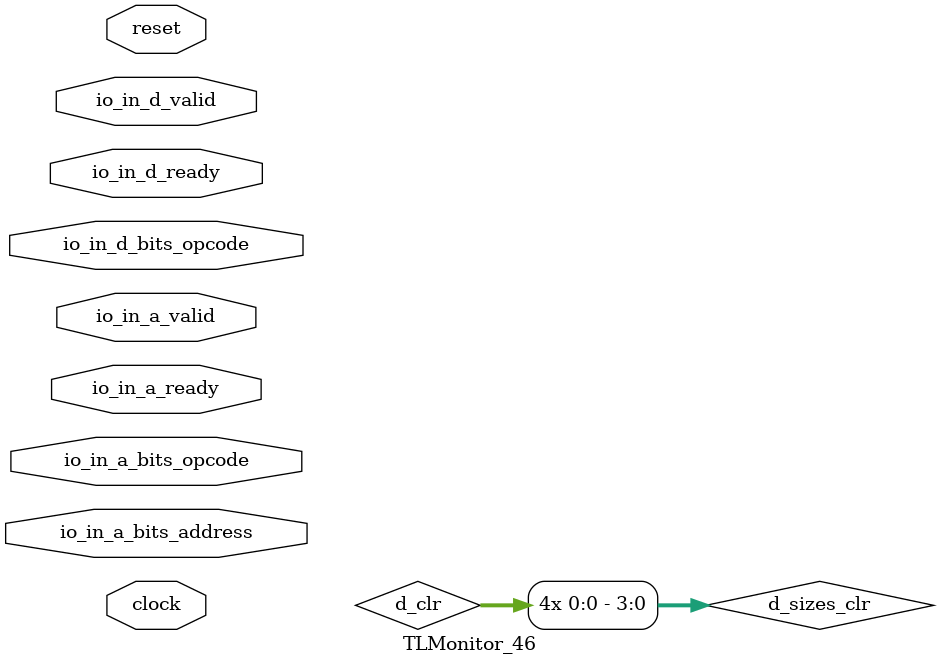
<source format=sv>

`ifndef STOP_COND_
  `ifdef STOP_COND
    `define STOP_COND_ (`STOP_COND)
  `else  // STOP_COND
    `define STOP_COND_ 1
  `endif // STOP_COND
`endif // not def STOP_COND_

// Users can define 'ASSERT_VERBOSE_COND' to add an extra gate to assert error printing.
`ifndef ASSERT_VERBOSE_COND_
  `ifdef ASSERT_VERBOSE_COND
    `define ASSERT_VERBOSE_COND_ (`ASSERT_VERBOSE_COND)
  `else  // ASSERT_VERBOSE_COND
    `define ASSERT_VERBOSE_COND_ 1
  `endif // ASSERT_VERBOSE_COND
`endif // not def ASSERT_VERBOSE_COND_

// Include register initializers in init blocks unless synthesis is set
`ifndef RANDOMIZE
  `ifdef RANDOMIZE_REG_INIT
    `define RANDOMIZE
  `endif // RANDOMIZE_REG_INIT
`endif // not def RANDOMIZE
`ifndef SYNTHESIS
  `ifndef ENABLE_INITIAL_REG_
    `define ENABLE_INITIAL_REG_
  `endif // not def ENABLE_INITIAL_REG_
`endif // not def SYNTHESIS

// Standard header to adapt well known macros for register randomization.

// RANDOM may be set to an expression that produces a 32-bit random unsigned value.
`ifndef RANDOM
  `define RANDOM $random
`endif // not def RANDOM

// Users can define INIT_RANDOM as general code that gets injected into the
// initializer block for modules with registers.
`ifndef INIT_RANDOM
  `define INIT_RANDOM
`endif // not def INIT_RANDOM

// If using random initialization, you can also define RANDOMIZE_DELAY to
// customize the delay used, otherwise 0.002 is used.
`ifndef RANDOMIZE_DELAY
  `define RANDOMIZE_DELAY 0.002
`endif // not def RANDOMIZE_DELAY

// Define INIT_RANDOM_PROLOG_ for use in our modules below.
`ifndef INIT_RANDOM_PROLOG_
  `ifdef RANDOMIZE
    `ifdef VERILATOR
      `define INIT_RANDOM_PROLOG_ `INIT_RANDOM
    `else  // VERILATOR
      `define INIT_RANDOM_PROLOG_ `INIT_RANDOM #`RANDOMIZE_DELAY begin end
    `endif // VERILATOR
  `else  // RANDOMIZE
    `define INIT_RANDOM_PROLOG_
  `endif // RANDOMIZE
`endif // not def INIT_RANDOM_PROLOG_
module TLMonitor_46(	// @[generators/rocket-chip/src/main/scala/tilelink/Monitor.scala:36:7]
  input       clock,	// @[generators/rocket-chip/src/main/scala/tilelink/Monitor.scala:36:7]
  input       reset,	// @[generators/rocket-chip/src/main/scala/tilelink/Monitor.scala:36:7]
  input       io_in_a_ready,	// @[generators/rocket-chip/src/main/scala/tilelink/Monitor.scala:20:14]
  input       io_in_a_valid,	// @[generators/rocket-chip/src/main/scala/tilelink/Monitor.scala:20:14]
  input [2:0] io_in_a_bits_opcode,	// @[generators/rocket-chip/src/main/scala/tilelink/Monitor.scala:20:14]
  input [6:0] io_in_a_bits_address,	// @[generators/rocket-chip/src/main/scala/tilelink/Monitor.scala:20:14]
  input       io_in_d_ready,	// @[generators/rocket-chip/src/main/scala/tilelink/Monitor.scala:20:14]
  input       io_in_d_valid,	// @[generators/rocket-chip/src/main/scala/tilelink/Monitor.scala:20:14]
  input [2:0] io_in_d_bits_opcode	// @[generators/rocket-chip/src/main/scala/tilelink/Monitor.scala:20:14]
);

  wire [31:0] _plusarg_reader_1_out;	// @[generators/rocket-chip/src/main/scala/util/PlusArg.scala:80:11]
  wire [31:0] _plusarg_reader_out;	// @[generators/rocket-chip/src/main/scala/util/PlusArg.scala:80:11]
  wire        a_first_done = io_in_a_ready & io_in_a_valid;	// @[src/main/scala/chisel3/util/Decoupled.scala:51:35]
  reg         a_first_counter;	// @[generators/rocket-chip/src/main/scala/tilelink/Edges.scala:229:27]
  reg  [2:0]  opcode;	// @[generators/rocket-chip/src/main/scala/tilelink/Monitor.scala:387:22]
  reg  [6:0]  address;	// @[generators/rocket-chip/src/main/scala/tilelink/Monitor.scala:391:22]
  reg         d_first_counter;	// @[generators/rocket-chip/src/main/scala/tilelink/Edges.scala:229:27]
  reg  [2:0]  opcode_1;	// @[generators/rocket-chip/src/main/scala/tilelink/Monitor.scala:538:22]
  reg  [1:0]  inflight;	// @[generators/rocket-chip/src/main/scala/tilelink/Monitor.scala:614:27]
  reg  [3:0]  inflight_opcodes;	// @[generators/rocket-chip/src/main/scala/tilelink/Monitor.scala:616:35]
  reg  [3:0]  inflight_sizes;	// @[generators/rocket-chip/src/main/scala/tilelink/Monitor.scala:618:33]
  reg         a_first_counter_1;	// @[generators/rocket-chip/src/main/scala/tilelink/Edges.scala:229:27]
  reg         d_first_counter_1;	// @[generators/rocket-chip/src/main/scala/tilelink/Edges.scala:229:27]
  wire        a_set = a_first_done & ~a_first_counter_1;	// @[generators/rocket-chip/src/main/scala/tilelink/Edges.scala:229:27, :231:25, generators/rocket-chip/src/main/scala/tilelink/Monitor.scala:655:25, src/main/scala/chisel3/util/Decoupled.scala:51:35]
  wire        d_release_ack = io_in_d_bits_opcode == 3'h6;	// @[generators/rocket-chip/src/main/scala/tilelink/Monitor.scala:673:46]
  wire        _GEN = io_in_d_bits_opcode != 3'h6;	// @[generators/rocket-chip/src/main/scala/tilelink/Monitor.scala:673:46, :674:74]
  reg  [31:0] watchdog;	// @[generators/rocket-chip/src/main/scala/tilelink/Monitor.scala:709:27]
  reg  [1:0]  inflight_1;	// @[generators/rocket-chip/src/main/scala/tilelink/Monitor.scala:726:35]
  reg  [3:0]  inflight_sizes_1;	// @[generators/rocket-chip/src/main/scala/tilelink/Monitor.scala:728:35]
  reg         d_first_counter_2;	// @[generators/rocket-chip/src/main/scala/tilelink/Edges.scala:229:27]
  reg  [31:0] watchdog_1;	// @[generators/rocket-chip/src/main/scala/tilelink/Monitor.scala:818:27]
  `ifndef SYNTHESIS	// @[generators/rocket-chip/src/main/scala/tilelink/Monitor.scala:45:11]
    wire [7:0][2:0] _GEN_0 = '{3'h4, 3'h5, 3'h2, 3'h1, 3'h1, 3'h1, 3'h0, 3'h0};
    wire [7:0][2:0] _GEN_1 = '{3'h4, 3'h4, 3'h2, 3'h1, 3'h1, 3'h1, 3'h0, 3'h0};
    wire            _GEN_2 = io_in_a_valid & io_in_a_bits_opcode == 3'h6 & ~reset;	// @[generators/rocket-chip/src/main/scala/tilelink/Monitor.scala:45:11, :84:{25,54}]
    wire            _GEN_3 = io_in_a_valid & (&io_in_a_bits_opcode) & ~reset;	// @[generators/rocket-chip/src/main/scala/tilelink/Monitor.scala:45:11, :95:{25,53}]
    wire            _GEN_4 = {io_in_a_bits_address[6:4] ^ 3'h4, io_in_a_bits_address[2]} == 4'h0 | io_in_a_bits_address[6:3] == 4'hA;	// @[generators/rocket-chip/src/main/scala/diplomacy/Parameters.scala:137:{31,41,46,59}, generators/rocket-chip/src/main/scala/tilelink/Monitor.scala:20:14, :36:7, generators/rocket-chip/src/main/scala/tilelink/Parameters.scala:685:42]
    wire            _GEN_5 = io_in_a_valid & io_in_a_bits_opcode == 3'h4 & ~reset;	// @[generators/rocket-chip/src/main/scala/tilelink/Monitor.scala:36:7, :45:11, :107:{25,45}]
    wire            _GEN_6 = io_in_a_valid & io_in_a_bits_opcode == 3'h0 & ~reset;	// @[generators/rocket-chip/src/main/scala/tilelink/Monitor.scala:36:7, :45:11, :117:{25,53}]
    wire            _GEN_7 = io_in_a_valid & io_in_a_bits_opcode == 3'h1 & ~reset;	// @[generators/rocket-chip/src/main/scala/tilelink/Monitor.scala:36:7, :45:11, :125:{25,56}]
    wire            _GEN_8 = io_in_a_valid & io_in_a_bits_opcode == 3'h2 & ~reset;	// @[generators/rocket-chip/src/main/scala/tilelink/Monitor.scala:45:11, :133:{25,56}]
    wire            _GEN_9 = io_in_a_valid & io_in_a_bits_opcode == 3'h3 & ~reset;	// @[generators/rocket-chip/src/main/scala/tilelink/Monitor.scala:45:11, :141:{25,53}]
    wire            _GEN_10 = io_in_a_valid & io_in_a_bits_opcode == 3'h5 & ~reset;	// @[generators/rocket-chip/src/main/scala/tilelink/Monitor.scala:45:11, :149:{25,46}]
    wire            _GEN_11 = io_in_a_valid & a_first_counter & ~reset;	// @[generators/rocket-chip/src/main/scala/tilelink/Edges.scala:229:27, generators/rocket-chip/src/main/scala/tilelink/Monitor.scala:45:11, :392:19]
    wire            _same_cycle_resp_T_1 = io_in_a_valid & ~a_first_counter_1;	// @[generators/rocket-chip/src/main/scala/tilelink/Edges.scala:229:27, :231:25, generators/rocket-chip/src/main/scala/tilelink/Monitor.scala:651:26]
    wire            _GEN_12 = io_in_d_valid & ~d_first_counter_1;	// @[generators/rocket-chip/src/main/scala/tilelink/Edges.scala:229:27, :231:25, generators/rocket-chip/src/main/scala/tilelink/Monitor.scala:674:26]
    wire            _GEN_13 = _GEN_12 & _GEN;	// @[generators/rocket-chip/src/main/scala/tilelink/Monitor.scala:673:46, :674:{26,74}, :683:71]
    wire            _GEN_14 = _GEN_13 & ~_same_cycle_resp_T_1 & ~reset;	// @[generators/rocket-chip/src/main/scala/tilelink/Monitor.scala:45:11, :52:11, :651:26, :683:71, :687:30]
    wire            _GEN_15 = io_in_d_valid & ~d_first_counter_2 & d_release_ack & ~reset;	// @[generators/rocket-chip/src/main/scala/tilelink/Edges.scala:229:27, :231:25, generators/rocket-chip/src/main/scala/tilelink/Monitor.scala:45:11, :52:11, :673:46, :784:26, :794:71]
    always @(posedge clock) begin	// @[generators/rocket-chip/src/main/scala/tilelink/Monitor.scala:45:11]
      if (_GEN_2) begin	// @[generators/rocket-chip/src/main/scala/tilelink/Monitor.scala:45:11, :84:54]
        if (`ASSERT_VERBOSE_COND_)	// @[generators/rocket-chip/src/main/scala/tilelink/Monitor.scala:45:11]
          $error("Assertion failed: 'A' channel carries AcquireBlock type which is unexpected using diplomatic parameters (connected at generators/rocket-chip/src/main/scala/devices/debug/Debug.scala:706:19)\n    at Monitor.scala:45 assert(cond, message)\n");	// @[generators/rocket-chip/src/main/scala/tilelink/Monitor.scala:45:11]
        if (`STOP_COND_)	// @[generators/rocket-chip/src/main/scala/tilelink/Monitor.scala:45:11]
          $fatal;	// @[generators/rocket-chip/src/main/scala/tilelink/Monitor.scala:45:11]
        if (`ASSERT_VERBOSE_COND_)	// @[generators/rocket-chip/src/main/scala/tilelink/Monitor.scala:45:11]
          $error("Assertion failed: 'A' channel carries AcquireBlock from a client which does not support Probe (connected at generators/rocket-chip/src/main/scala/devices/debug/Debug.scala:706:19)\n    at Monitor.scala:45 assert(cond, message)\n");	// @[generators/rocket-chip/src/main/scala/tilelink/Monitor.scala:45:11]
        if (`STOP_COND_)	// @[generators/rocket-chip/src/main/scala/tilelink/Monitor.scala:45:11]
          $fatal;	// @[generators/rocket-chip/src/main/scala/tilelink/Monitor.scala:45:11]
      end
      if (_GEN_2 & (|(io_in_a_bits_address[1:0]))) begin	// @[generators/rocket-chip/src/main/scala/tilelink/Edges.scala:21:{16,24}, generators/rocket-chip/src/main/scala/tilelink/Monitor.scala:45:11, :84:54]
        if (`ASSERT_VERBOSE_COND_)	// @[generators/rocket-chip/src/main/scala/tilelink/Monitor.scala:45:11]
          $error("Assertion failed: 'A' channel AcquireBlock address not aligned to size (connected at generators/rocket-chip/src/main/scala/devices/debug/Debug.scala:706:19)\n    at Monitor.scala:45 assert(cond, message)\n");	// @[generators/rocket-chip/src/main/scala/tilelink/Monitor.scala:45:11]
        if (`STOP_COND_)	// @[generators/rocket-chip/src/main/scala/tilelink/Monitor.scala:45:11]
          $fatal;	// @[generators/rocket-chip/src/main/scala/tilelink/Monitor.scala:45:11]
      end
      if (_GEN_3) begin	// @[generators/rocket-chip/src/main/scala/tilelink/Monitor.scala:45:11, :95:53]
        if (`ASSERT_VERBOSE_COND_)	// @[generators/rocket-chip/src/main/scala/tilelink/Monitor.scala:45:11]
          $error("Assertion failed: 'A' channel carries AcquirePerm type which is unexpected using diplomatic parameters (connected at generators/rocket-chip/src/main/scala/devices/debug/Debug.scala:706:19)\n    at Monitor.scala:45 assert(cond, message)\n");	// @[generators/rocket-chip/src/main/scala/tilelink/Monitor.scala:45:11]
        if (`STOP_COND_)	// @[generators/rocket-chip/src/main/scala/tilelink/Monitor.scala:45:11]
          $fatal;	// @[generators/rocket-chip/src/main/scala/tilelink/Monitor.scala:45:11]
        if (`ASSERT_VERBOSE_COND_)	// @[generators/rocket-chip/src/main/scala/tilelink/Monitor.scala:45:11]
          $error("Assertion failed: 'A' channel carries AcquirePerm from a client which does not support Probe (connected at generators/rocket-chip/src/main/scala/devices/debug/Debug.scala:706:19)\n    at Monitor.scala:45 assert(cond, message)\n");	// @[generators/rocket-chip/src/main/scala/tilelink/Monitor.scala:45:11]
        if (`STOP_COND_)	// @[generators/rocket-chip/src/main/scala/tilelink/Monitor.scala:45:11]
          $fatal;	// @[generators/rocket-chip/src/main/scala/tilelink/Monitor.scala:45:11]
      end
      if (_GEN_3 & (|(io_in_a_bits_address[1:0]))) begin	// @[generators/rocket-chip/src/main/scala/tilelink/Edges.scala:21:{16,24}, generators/rocket-chip/src/main/scala/tilelink/Monitor.scala:45:11, :95:53]
        if (`ASSERT_VERBOSE_COND_)	// @[generators/rocket-chip/src/main/scala/tilelink/Monitor.scala:45:11]
          $error("Assertion failed: 'A' channel AcquirePerm address not aligned to size (connected at generators/rocket-chip/src/main/scala/devices/debug/Debug.scala:706:19)\n    at Monitor.scala:45 assert(cond, message)\n");	// @[generators/rocket-chip/src/main/scala/tilelink/Monitor.scala:45:11]
        if (`STOP_COND_)	// @[generators/rocket-chip/src/main/scala/tilelink/Monitor.scala:45:11]
          $fatal;	// @[generators/rocket-chip/src/main/scala/tilelink/Monitor.scala:45:11]
      end
      if (_GEN_3) begin	// @[generators/rocket-chip/src/main/scala/tilelink/Monitor.scala:45:11, :95:53]
        if (`ASSERT_VERBOSE_COND_)	// @[generators/rocket-chip/src/main/scala/tilelink/Monitor.scala:45:11]
          $error("Assertion failed: 'A' channel AcquirePerm requests NtoB (connected at generators/rocket-chip/src/main/scala/devices/debug/Debug.scala:706:19)\n    at Monitor.scala:45 assert(cond, message)\n");	// @[generators/rocket-chip/src/main/scala/tilelink/Monitor.scala:45:11]
        if (`STOP_COND_)	// @[generators/rocket-chip/src/main/scala/tilelink/Monitor.scala:45:11]
          $fatal;	// @[generators/rocket-chip/src/main/scala/tilelink/Monitor.scala:45:11]
      end
      if (_GEN_5 & ~_GEN_4) begin	// @[generators/rocket-chip/src/main/scala/tilelink/Monitor.scala:45:11, :107:45, generators/rocket-chip/src/main/scala/tilelink/Parameters.scala:685:42]
        if (`ASSERT_VERBOSE_COND_)	// @[generators/rocket-chip/src/main/scala/tilelink/Monitor.scala:45:11]
          $error("Assertion failed: 'A' channel carries Get type which slave claims it can't support (connected at generators/rocket-chip/src/main/scala/devices/debug/Debug.scala:706:19)\n    at Monitor.scala:45 assert(cond, message)\n");	// @[generators/rocket-chip/src/main/scala/tilelink/Monitor.scala:45:11]
        if (`STOP_COND_)	// @[generators/rocket-chip/src/main/scala/tilelink/Monitor.scala:45:11]
          $fatal;	// @[generators/rocket-chip/src/main/scala/tilelink/Monitor.scala:45:11]
      end
      if (_GEN_5 & (|(io_in_a_bits_address[1:0]))) begin	// @[generators/rocket-chip/src/main/scala/tilelink/Edges.scala:21:{16,24}, generators/rocket-chip/src/main/scala/tilelink/Monitor.scala:45:11, :107:45]
        if (`ASSERT_VERBOSE_COND_)	// @[generators/rocket-chip/src/main/scala/tilelink/Monitor.scala:45:11]
          $error("Assertion failed: 'A' channel Get address not aligned to size (connected at generators/rocket-chip/src/main/scala/devices/debug/Debug.scala:706:19)\n    at Monitor.scala:45 assert(cond, message)\n");	// @[generators/rocket-chip/src/main/scala/tilelink/Monitor.scala:45:11]
        if (`STOP_COND_)	// @[generators/rocket-chip/src/main/scala/tilelink/Monitor.scala:45:11]
          $fatal;	// @[generators/rocket-chip/src/main/scala/tilelink/Monitor.scala:45:11]
      end
      if (_GEN_6 & ~_GEN_4) begin	// @[generators/rocket-chip/src/main/scala/tilelink/Monitor.scala:45:11, :117:53, generators/rocket-chip/src/main/scala/tilelink/Parameters.scala:685:42]
        if (`ASSERT_VERBOSE_COND_)	// @[generators/rocket-chip/src/main/scala/tilelink/Monitor.scala:45:11]
          $error("Assertion failed: 'A' channel carries PutFull type which is unexpected using diplomatic parameters (connected at generators/rocket-chip/src/main/scala/devices/debug/Debug.scala:706:19)\n    at Monitor.scala:45 assert(cond, message)\n");	// @[generators/rocket-chip/src/main/scala/tilelink/Monitor.scala:45:11]
        if (`STOP_COND_)	// @[generators/rocket-chip/src/main/scala/tilelink/Monitor.scala:45:11]
          $fatal;	// @[generators/rocket-chip/src/main/scala/tilelink/Monitor.scala:45:11]
      end
      if (_GEN_6 & (|(io_in_a_bits_address[1:0]))) begin	// @[generators/rocket-chip/src/main/scala/tilelink/Edges.scala:21:{16,24}, generators/rocket-chip/src/main/scala/tilelink/Monitor.scala:45:11, :117:53]
        if (`ASSERT_VERBOSE_COND_)	// @[generators/rocket-chip/src/main/scala/tilelink/Monitor.scala:45:11]
          $error("Assertion failed: 'A' channel PutFull address not aligned to size (connected at generators/rocket-chip/src/main/scala/devices/debug/Debug.scala:706:19)\n    at Monitor.scala:45 assert(cond, message)\n");	// @[generators/rocket-chip/src/main/scala/tilelink/Monitor.scala:45:11]
        if (`STOP_COND_)	// @[generators/rocket-chip/src/main/scala/tilelink/Monitor.scala:45:11]
          $fatal;	// @[generators/rocket-chip/src/main/scala/tilelink/Monitor.scala:45:11]
      end
      if (_GEN_7) begin	// @[generators/rocket-chip/src/main/scala/tilelink/Monitor.scala:45:11, :125:56]
        if (`ASSERT_VERBOSE_COND_)	// @[generators/rocket-chip/src/main/scala/tilelink/Monitor.scala:45:11]
          $error("Assertion failed: 'A' channel carries PutPartial type which is unexpected using diplomatic parameters (connected at generators/rocket-chip/src/main/scala/devices/debug/Debug.scala:706:19)\n    at Monitor.scala:45 assert(cond, message)\n");	// @[generators/rocket-chip/src/main/scala/tilelink/Monitor.scala:45:11]
        if (`STOP_COND_)	// @[generators/rocket-chip/src/main/scala/tilelink/Monitor.scala:45:11]
          $fatal;	// @[generators/rocket-chip/src/main/scala/tilelink/Monitor.scala:45:11]
      end
      if (_GEN_7 & (|(io_in_a_bits_address[1:0]))) begin	// @[generators/rocket-chip/src/main/scala/tilelink/Edges.scala:21:{16,24}, generators/rocket-chip/src/main/scala/tilelink/Monitor.scala:45:11, :125:56]
        if (`ASSERT_VERBOSE_COND_)	// @[generators/rocket-chip/src/main/scala/tilelink/Monitor.scala:45:11]
          $error("Assertion failed: 'A' channel PutPartial address not aligned to size (connected at generators/rocket-chip/src/main/scala/devices/debug/Debug.scala:706:19)\n    at Monitor.scala:45 assert(cond, message)\n");	// @[generators/rocket-chip/src/main/scala/tilelink/Monitor.scala:45:11]
        if (`STOP_COND_)	// @[generators/rocket-chip/src/main/scala/tilelink/Monitor.scala:45:11]
          $fatal;	// @[generators/rocket-chip/src/main/scala/tilelink/Monitor.scala:45:11]
      end
      if (_GEN_8) begin	// @[generators/rocket-chip/src/main/scala/tilelink/Monitor.scala:45:11, :133:56]
        if (`ASSERT_VERBOSE_COND_)	// @[generators/rocket-chip/src/main/scala/tilelink/Monitor.scala:45:11]
          $error("Assertion failed: 'A' channel carries Arithmetic type which is unexpected using diplomatic parameters (connected at generators/rocket-chip/src/main/scala/devices/debug/Debug.scala:706:19)\n    at Monitor.scala:45 assert(cond, message)\n");	// @[generators/rocket-chip/src/main/scala/tilelink/Monitor.scala:45:11]
        if (`STOP_COND_)	// @[generators/rocket-chip/src/main/scala/tilelink/Monitor.scala:45:11]
          $fatal;	// @[generators/rocket-chip/src/main/scala/tilelink/Monitor.scala:45:11]
      end
      if (_GEN_8 & (|(io_in_a_bits_address[1:0]))) begin	// @[generators/rocket-chip/src/main/scala/tilelink/Edges.scala:21:{16,24}, generators/rocket-chip/src/main/scala/tilelink/Monitor.scala:45:11, :133:56]
        if (`ASSERT_VERBOSE_COND_)	// @[generators/rocket-chip/src/main/scala/tilelink/Monitor.scala:45:11]
          $error("Assertion failed: 'A' channel Arithmetic address not aligned to size (connected at generators/rocket-chip/src/main/scala/devices/debug/Debug.scala:706:19)\n    at Monitor.scala:45 assert(cond, message)\n");	// @[generators/rocket-chip/src/main/scala/tilelink/Monitor.scala:45:11]
        if (`STOP_COND_)	// @[generators/rocket-chip/src/main/scala/tilelink/Monitor.scala:45:11]
          $fatal;	// @[generators/rocket-chip/src/main/scala/tilelink/Monitor.scala:45:11]
      end
      if (_GEN_9) begin	// @[generators/rocket-chip/src/main/scala/tilelink/Monitor.scala:45:11, :141:53]
        if (`ASSERT_VERBOSE_COND_)	// @[generators/rocket-chip/src/main/scala/tilelink/Monitor.scala:45:11]
          $error("Assertion failed: 'A' channel carries Logical type which is unexpected using diplomatic parameters (connected at generators/rocket-chip/src/main/scala/devices/debug/Debug.scala:706:19)\n    at Monitor.scala:45 assert(cond, message)\n");	// @[generators/rocket-chip/src/main/scala/tilelink/Monitor.scala:45:11]
        if (`STOP_COND_)	// @[generators/rocket-chip/src/main/scala/tilelink/Monitor.scala:45:11]
          $fatal;	// @[generators/rocket-chip/src/main/scala/tilelink/Monitor.scala:45:11]
      end
      if (_GEN_9 & (|(io_in_a_bits_address[1:0]))) begin	// @[generators/rocket-chip/src/main/scala/tilelink/Edges.scala:21:{16,24}, generators/rocket-chip/src/main/scala/tilelink/Monitor.scala:45:11, :141:53]
        if (`ASSERT_VERBOSE_COND_)	// @[generators/rocket-chip/src/main/scala/tilelink/Monitor.scala:45:11]
          $error("Assertion failed: 'A' channel Logical address not aligned to size (connected at generators/rocket-chip/src/main/scala/devices/debug/Debug.scala:706:19)\n    at Monitor.scala:45 assert(cond, message)\n");	// @[generators/rocket-chip/src/main/scala/tilelink/Monitor.scala:45:11]
        if (`STOP_COND_)	// @[generators/rocket-chip/src/main/scala/tilelink/Monitor.scala:45:11]
          $fatal;	// @[generators/rocket-chip/src/main/scala/tilelink/Monitor.scala:45:11]
      end
      if (_GEN_10) begin	// @[generators/rocket-chip/src/main/scala/tilelink/Monitor.scala:45:11, :149:46]
        if (`ASSERT_VERBOSE_COND_)	// @[generators/rocket-chip/src/main/scala/tilelink/Monitor.scala:45:11]
          $error("Assertion failed: 'A' channel carries Hint type which is unexpected using diplomatic parameters (connected at generators/rocket-chip/src/main/scala/devices/debug/Debug.scala:706:19)\n    at Monitor.scala:45 assert(cond, message)\n");	// @[generators/rocket-chip/src/main/scala/tilelink/Monitor.scala:45:11]
        if (`STOP_COND_)	// @[generators/rocket-chip/src/main/scala/tilelink/Monitor.scala:45:11]
          $fatal;	// @[generators/rocket-chip/src/main/scala/tilelink/Monitor.scala:45:11]
      end
      if (_GEN_10 & (|(io_in_a_bits_address[1:0]))) begin	// @[generators/rocket-chip/src/main/scala/tilelink/Edges.scala:21:{16,24}, generators/rocket-chip/src/main/scala/tilelink/Monitor.scala:45:11, :149:46]
        if (`ASSERT_VERBOSE_COND_)	// @[generators/rocket-chip/src/main/scala/tilelink/Monitor.scala:45:11]
          $error("Assertion failed: 'A' channel Hint address not aligned to size (connected at generators/rocket-chip/src/main/scala/devices/debug/Debug.scala:706:19)\n    at Monitor.scala:45 assert(cond, message)\n");	// @[generators/rocket-chip/src/main/scala/tilelink/Monitor.scala:45:11]
        if (`STOP_COND_)	// @[generators/rocket-chip/src/main/scala/tilelink/Monitor.scala:45:11]
          $fatal;	// @[generators/rocket-chip/src/main/scala/tilelink/Monitor.scala:45:11]
      end
      if (io_in_d_valid & ~reset & (&io_in_d_bits_opcode)) begin	// @[generators/rocket-chip/src/main/scala/tilelink/Bundles.scala:45:24, generators/rocket-chip/src/main/scala/tilelink/Monitor.scala:45:11, :52:11]
        if (`ASSERT_VERBOSE_COND_)	// @[generators/rocket-chip/src/main/scala/tilelink/Monitor.scala:52:11]
          $error("Assertion failed: 'D' channel has invalid opcode (connected at generators/rocket-chip/src/main/scala/devices/debug/Debug.scala:706:19)\n    at Monitor.scala:52 assert(cond, message)\n");	// @[generators/rocket-chip/src/main/scala/tilelink/Monitor.scala:52:11]
        if (`STOP_COND_)	// @[generators/rocket-chip/src/main/scala/tilelink/Monitor.scala:52:11]
          $fatal;	// @[generators/rocket-chip/src/main/scala/tilelink/Monitor.scala:52:11]
      end
      if (io_in_d_valid & io_in_d_bits_opcode == 3'h4 & ~reset) begin	// @[generators/rocket-chip/src/main/scala/tilelink/Monitor.scala:36:7, :45:11, :52:11, :321:{25,47}]
        if (`ASSERT_VERBOSE_COND_)	// @[generators/rocket-chip/src/main/scala/tilelink/Monitor.scala:52:11]
          $error("Assertion failed: 'D' channel Grant carries invalid sink ID (connected at generators/rocket-chip/src/main/scala/devices/debug/Debug.scala:706:19)\n    at Monitor.scala:52 assert(cond, message)\n");	// @[generators/rocket-chip/src/main/scala/tilelink/Monitor.scala:52:11]
        if (`STOP_COND_)	// @[generators/rocket-chip/src/main/scala/tilelink/Monitor.scala:52:11]
          $fatal;	// @[generators/rocket-chip/src/main/scala/tilelink/Monitor.scala:52:11]
      end
      if (io_in_d_valid & io_in_d_bits_opcode == 3'h5 & ~reset) begin	// @[generators/rocket-chip/src/main/scala/tilelink/Monitor.scala:45:11, :52:11, :331:{25,51}]
        if (`ASSERT_VERBOSE_COND_)	// @[generators/rocket-chip/src/main/scala/tilelink/Monitor.scala:52:11]
          $error("Assertion failed: 'D' channel GrantData carries invalid sink ID (connected at generators/rocket-chip/src/main/scala/devices/debug/Debug.scala:706:19)\n    at Monitor.scala:52 assert(cond, message)\n");	// @[generators/rocket-chip/src/main/scala/tilelink/Monitor.scala:52:11]
        if (`STOP_COND_)	// @[generators/rocket-chip/src/main/scala/tilelink/Monitor.scala:52:11]
          $fatal;	// @[generators/rocket-chip/src/main/scala/tilelink/Monitor.scala:52:11]
      end
      if (_GEN_11 & io_in_a_bits_opcode != opcode) begin	// @[generators/rocket-chip/src/main/scala/tilelink/Monitor.scala:45:11, :387:22, :392:19, :393:32]
        if (`ASSERT_VERBOSE_COND_)	// @[generators/rocket-chip/src/main/scala/tilelink/Monitor.scala:45:11]
          $error("Assertion failed: 'A' channel opcode changed within multibeat operation (connected at generators/rocket-chip/src/main/scala/devices/debug/Debug.scala:706:19)\n    at Monitor.scala:45 assert(cond, message)\n");	// @[generators/rocket-chip/src/main/scala/tilelink/Monitor.scala:45:11]
        if (`STOP_COND_)	// @[generators/rocket-chip/src/main/scala/tilelink/Monitor.scala:45:11]
          $fatal;	// @[generators/rocket-chip/src/main/scala/tilelink/Monitor.scala:45:11]
      end
      if (_GEN_11 & io_in_a_bits_address != address) begin	// @[generators/rocket-chip/src/main/scala/tilelink/Monitor.scala:45:11, :391:22, :392:19, :397:32]
        if (`ASSERT_VERBOSE_COND_)	// @[generators/rocket-chip/src/main/scala/tilelink/Monitor.scala:45:11]
          $error("Assertion failed: 'A' channel address changed with multibeat operation (connected at generators/rocket-chip/src/main/scala/devices/debug/Debug.scala:706:19)\n    at Monitor.scala:45 assert(cond, message)\n");	// @[generators/rocket-chip/src/main/scala/tilelink/Monitor.scala:45:11]
        if (`STOP_COND_)	// @[generators/rocket-chip/src/main/scala/tilelink/Monitor.scala:45:11]
          $fatal;	// @[generators/rocket-chip/src/main/scala/tilelink/Monitor.scala:45:11]
      end
      if (io_in_d_valid & d_first_counter & ~reset & io_in_d_bits_opcode != opcode_1) begin	// @[generators/rocket-chip/src/main/scala/tilelink/Edges.scala:229:27, generators/rocket-chip/src/main/scala/tilelink/Monitor.scala:45:11, :52:11, :538:22, :544:19, :545:29]
        if (`ASSERT_VERBOSE_COND_)	// @[generators/rocket-chip/src/main/scala/tilelink/Monitor.scala:52:11]
          $error("Assertion failed: 'D' channel opcode changed within multibeat operation (connected at generators/rocket-chip/src/main/scala/devices/debug/Debug.scala:706:19)\n    at Monitor.scala:52 assert(cond, message)\n");	// @[generators/rocket-chip/src/main/scala/tilelink/Monitor.scala:52:11]
        if (`STOP_COND_)	// @[generators/rocket-chip/src/main/scala/tilelink/Monitor.scala:52:11]
          $fatal;	// @[generators/rocket-chip/src/main/scala/tilelink/Monitor.scala:52:11]
      end
      if (a_set & ~reset & inflight[0]) begin	// @[generators/rocket-chip/src/main/scala/tilelink/Monitor.scala:45:11, :614:27, :655:25, :661:26]
        if (`ASSERT_VERBOSE_COND_)	// @[generators/rocket-chip/src/main/scala/tilelink/Monitor.scala:45:11]
          $error("Assertion failed: 'A' channel re-used a source ID (connected at generators/rocket-chip/src/main/scala/devices/debug/Debug.scala:706:19)\n    at Monitor.scala:45 assert(cond, message)\n");	// @[generators/rocket-chip/src/main/scala/tilelink/Monitor.scala:45:11]
        if (`STOP_COND_)	// @[generators/rocket-chip/src/main/scala/tilelink/Monitor.scala:45:11]
          $fatal;	// @[generators/rocket-chip/src/main/scala/tilelink/Monitor.scala:45:11]
      end
      if (_GEN_13 & ~reset & ~(inflight[0] | _same_cycle_resp_T_1)) begin	// @[generators/rocket-chip/src/main/scala/tilelink/Monitor.scala:45:11, :52:11, :614:27, :651:26, :661:26, :683:71, :685:49]
        if (`ASSERT_VERBOSE_COND_)	// @[generators/rocket-chip/src/main/scala/tilelink/Monitor.scala:52:11]
          $error("Assertion failed: 'D' channel acknowledged for nothing inflight (connected at generators/rocket-chip/src/main/scala/devices/debug/Debug.scala:706:19)\n    at Monitor.scala:52 assert(cond, message)\n");	// @[generators/rocket-chip/src/main/scala/tilelink/Monitor.scala:52:11]
        if (`STOP_COND_)	// @[generators/rocket-chip/src/main/scala/tilelink/Monitor.scala:52:11]
          $fatal;	// @[generators/rocket-chip/src/main/scala/tilelink/Monitor.scala:52:11]
      end
      if (_GEN_13 & _same_cycle_resp_T_1 & ~reset & ~(io_in_d_bits_opcode == _GEN_1[io_in_a_bits_opcode] | io_in_d_bits_opcode == _GEN_0[io_in_a_bits_opcode])) begin	// @[generators/rocket-chip/src/main/scala/tilelink/Monitor.scala:45:11, :52:11, :651:26, :683:71, :687:30, :688:{38,77}, :689:39]
        if (`ASSERT_VERBOSE_COND_)	// @[generators/rocket-chip/src/main/scala/tilelink/Monitor.scala:52:11]
          $error("Assertion failed: 'D' channel contains improper opcode response (connected at generators/rocket-chip/src/main/scala/devices/debug/Debug.scala:706:19)\n    at Monitor.scala:52 assert(cond, message)\n");	// @[generators/rocket-chip/src/main/scala/tilelink/Monitor.scala:52:11]
        if (`STOP_COND_)	// @[generators/rocket-chip/src/main/scala/tilelink/Monitor.scala:52:11]
          $fatal;	// @[generators/rocket-chip/src/main/scala/tilelink/Monitor.scala:52:11]
      end
      if (_GEN_14 & ~(io_in_d_bits_opcode == _GEN_1[inflight_opcodes[3:1]] | io_in_d_bits_opcode == _GEN_0[inflight_opcodes[3:1]])) begin	// @[generators/rocket-chip/src/main/scala/tilelink/Monitor.scala:52:11, :616:35, :637:152, :687:30, :692:{38,72}, :693:38]
        if (`ASSERT_VERBOSE_COND_)	// @[generators/rocket-chip/src/main/scala/tilelink/Monitor.scala:52:11]
          $error("Assertion failed: 'D' channel contains improper opcode response (connected at generators/rocket-chip/src/main/scala/devices/debug/Debug.scala:706:19)\n    at Monitor.scala:52 assert(cond, message)\n");	// @[generators/rocket-chip/src/main/scala/tilelink/Monitor.scala:52:11]
        if (`STOP_COND_)	// @[generators/rocket-chip/src/main/scala/tilelink/Monitor.scala:52:11]
          $fatal;	// @[generators/rocket-chip/src/main/scala/tilelink/Monitor.scala:52:11]
      end
      if (_GEN_14 & inflight_sizes[3:1] != 3'h2) begin	// @[generators/rocket-chip/src/main/scala/tilelink/Monitor.scala:52:11, :618:33, :641:144, :687:30, :694:36]
        if (`ASSERT_VERBOSE_COND_)	// @[generators/rocket-chip/src/main/scala/tilelink/Monitor.scala:52:11]
          $error("Assertion failed: 'D' channel contains improper response size (connected at generators/rocket-chip/src/main/scala/devices/debug/Debug.scala:706:19)\n    at Monitor.scala:52 assert(cond, message)\n");	// @[generators/rocket-chip/src/main/scala/tilelink/Monitor.scala:52:11]
        if (`STOP_COND_)	// @[generators/rocket-chip/src/main/scala/tilelink/Monitor.scala:52:11]
          $fatal;	// @[generators/rocket-chip/src/main/scala/tilelink/Monitor.scala:52:11]
      end
      if (_GEN_12 & ~a_first_counter_1 & io_in_a_valid & _GEN & ~reset & ~(~io_in_d_ready | io_in_a_ready)) begin	// @[generators/rocket-chip/src/main/scala/tilelink/Edges.scala:229:27, :231:25, generators/rocket-chip/src/main/scala/tilelink/Monitor.scala:45:11, :52:11, :673:46, :674:{26,74}, :697:{36,47,116}, :698:{15,32}]
        if (`ASSERT_VERBOSE_COND_)	// @[generators/rocket-chip/src/main/scala/tilelink/Monitor.scala:52:11]
          $error("Assertion failed: ready check\n    at Monitor.scala:52 assert(cond, message)\n");	// @[generators/rocket-chip/src/main/scala/tilelink/Monitor.scala:52:11]
        if (`STOP_COND_)	// @[generators/rocket-chip/src/main/scala/tilelink/Monitor.scala:52:11]
          $fatal;	// @[generators/rocket-chip/src/main/scala/tilelink/Monitor.scala:52:11]
      end
      if (~reset & ~(inflight == 2'h0 | _plusarg_reader_out == 32'h0 | watchdog < _plusarg_reader_out)) begin	// @[generators/rocket-chip/src/main/scala/tilelink/Monitor.scala:36:7, :45:11, :614:27, :709:27, :712:{26,30,39,47,59}, generators/rocket-chip/src/main/scala/util/PlusArg.scala:80:11]
        if (`ASSERT_VERBOSE_COND_)	// @[generators/rocket-chip/src/main/scala/tilelink/Monitor.scala:45:11]
          $error("Assertion failed: TileLink timeout expired (connected at generators/rocket-chip/src/main/scala/devices/debug/Debug.scala:706:19)\n    at Monitor.scala:45 assert(cond, message)\n");	// @[generators/rocket-chip/src/main/scala/tilelink/Monitor.scala:45:11]
        if (`STOP_COND_)	// @[generators/rocket-chip/src/main/scala/tilelink/Monitor.scala:45:11]
          $fatal;	// @[generators/rocket-chip/src/main/scala/tilelink/Monitor.scala:45:11]
      end
      if (_GEN_15 & ~(inflight_1[0])) begin	// @[generators/rocket-chip/src/main/scala/tilelink/Monitor.scala:52:11, :726:35, :784:26, :794:71, :796:25]
        if (`ASSERT_VERBOSE_COND_)	// @[generators/rocket-chip/src/main/scala/tilelink/Monitor.scala:52:11]
          $error("Assertion failed: 'D' channel acknowledged for nothing inflight (connected at generators/rocket-chip/src/main/scala/devices/debug/Debug.scala:706:19)\n    at Monitor.scala:52 assert(cond, message)\n");	// @[generators/rocket-chip/src/main/scala/tilelink/Monitor.scala:52:11]
        if (`STOP_COND_)	// @[generators/rocket-chip/src/main/scala/tilelink/Monitor.scala:52:11]
          $fatal;	// @[generators/rocket-chip/src/main/scala/tilelink/Monitor.scala:52:11]
      end
      if (_GEN_15 & inflight_sizes_1[3:1] != 3'h2) begin	// @[generators/rocket-chip/src/main/scala/tilelink/Monitor.scala:52:11, :728:35, :750:146, :784:26, :794:71, :800:36]
        if (`ASSERT_VERBOSE_COND_)	// @[generators/rocket-chip/src/main/scala/tilelink/Monitor.scala:52:11]
          $error("Assertion failed: 'D' channel contains improper response size (connected at generators/rocket-chip/src/main/scala/devices/debug/Debug.scala:706:19)\n    at Monitor.scala:52 assert(cond, message)\n");	// @[generators/rocket-chip/src/main/scala/tilelink/Monitor.scala:52:11]
        if (`STOP_COND_)	// @[generators/rocket-chip/src/main/scala/tilelink/Monitor.scala:52:11]
          $fatal;	// @[generators/rocket-chip/src/main/scala/tilelink/Monitor.scala:52:11]
      end
      if (~reset & ~(inflight_1 == 2'h0 | _plusarg_reader_1_out == 32'h0 | watchdog_1 < _plusarg_reader_1_out)) begin	// @[generators/rocket-chip/src/main/scala/tilelink/Monitor.scala:36:7, :45:11, :726:35, :818:27, :821:{26,30,39,47,59}, generators/rocket-chip/src/main/scala/util/PlusArg.scala:80:11]
        if (`ASSERT_VERBOSE_COND_)	// @[generators/rocket-chip/src/main/scala/tilelink/Monitor.scala:45:11]
          $error("Assertion failed: TileLink timeout expired (connected at generators/rocket-chip/src/main/scala/devices/debug/Debug.scala:706:19)\n    at Monitor.scala:45 assert(cond, message)\n");	// @[generators/rocket-chip/src/main/scala/tilelink/Monitor.scala:45:11]
        if (`STOP_COND_)	// @[generators/rocket-chip/src/main/scala/tilelink/Monitor.scala:45:11]
          $fatal;	// @[generators/rocket-chip/src/main/scala/tilelink/Monitor.scala:45:11]
      end
    end // always @(posedge)
  `endif // not def SYNTHESIS
  wire        d_first_done = io_in_d_ready & io_in_d_valid;	// @[src/main/scala/chisel3/util/Decoupled.scala:51:35]
  wire        d_clr = d_first_done & ~d_first_counter_1 & _GEN;	// @[generators/rocket-chip/src/main/scala/tilelink/Edges.scala:229:27, :231:25, generators/rocket-chip/src/main/scala/tilelink/Monitor.scala:673:46, :674:74, :678:{25,70}, src/main/scala/chisel3/util/Decoupled.scala:51:35]
  wire [3:0]  d_sizes_clr = {4{d_clr}};	// @[generators/rocket-chip/src/main/scala/tilelink/Monitor.scala:668:33, :678:{25,70,89}, :680:21]
  wire        d_clr_1 = d_first_done & ~d_first_counter_2 & d_release_ack;	// @[generators/rocket-chip/src/main/scala/tilelink/Edges.scala:229:27, :231:25, generators/rocket-chip/src/main/scala/tilelink/Monitor.scala:673:46, :788:{25,70}, src/main/scala/chisel3/util/Decoupled.scala:51:35]
  always @(posedge clock) begin	// @[generators/rocket-chip/src/main/scala/tilelink/Monitor.scala:36:7]
    if (reset) begin	// @[generators/rocket-chip/src/main/scala/tilelink/Monitor.scala:36:7]
      a_first_counter <= 1'h0;	// @[generators/rocket-chip/src/main/scala/tilelink/Edges.scala:229:27]
      d_first_counter <= 1'h0;	// @[generators/rocket-chip/src/main/scala/tilelink/Edges.scala:229:27]
      inflight <= 2'h0;	// @[generators/rocket-chip/src/main/scala/tilelink/Monitor.scala:36:7, :614:27]
      inflight_opcodes <= 4'h0;	// @[generators/rocket-chip/src/main/scala/tilelink/Monitor.scala:616:35]
      inflight_sizes <= 4'h0;	// @[generators/rocket-chip/src/main/scala/tilelink/Monitor.scala:618:33]
      a_first_counter_1 <= 1'h0;	// @[generators/rocket-chip/src/main/scala/tilelink/Edges.scala:229:27]
      d_first_counter_1 <= 1'h0;	// @[generators/rocket-chip/src/main/scala/tilelink/Edges.scala:229:27]
      watchdog <= 32'h0;	// @[generators/rocket-chip/src/main/scala/tilelink/Monitor.scala:709:27]
      inflight_1 <= 2'h0;	// @[generators/rocket-chip/src/main/scala/tilelink/Monitor.scala:36:7, :726:35]
      inflight_sizes_1 <= 4'h0;	// @[generators/rocket-chip/src/main/scala/tilelink/Monitor.scala:728:35]
      d_first_counter_2 <= 1'h0;	// @[generators/rocket-chip/src/main/scala/tilelink/Edges.scala:229:27]
      watchdog_1 <= 32'h0;	// @[generators/rocket-chip/src/main/scala/tilelink/Monitor.scala:818:27]
    end
    else begin	// @[generators/rocket-chip/src/main/scala/tilelink/Monitor.scala:36:7]
      a_first_counter <= (~a_first_done | a_first_counter - 1'h1) & a_first_counter;	// @[generators/rocket-chip/src/main/scala/tilelink/Edges.scala:229:27, :230:28, :235:17, :236:15, src/main/scala/chisel3/util/Decoupled.scala:51:35]
      d_first_counter <= (~d_first_done | d_first_counter - 1'h1) & d_first_counter;	// @[generators/rocket-chip/src/main/scala/tilelink/Edges.scala:229:27, :230:28, :235:17, :236:15, src/main/scala/chisel3/util/Decoupled.scala:51:35]
      inflight <= {1'h0, (inflight[0] | a_set) & ~d_clr};	// @[generators/rocket-chip/src/main/scala/tilelink/Monitor.scala:614:27, :655:25, :661:26, :678:{25,70}, :705:{27,36,38}]
      inflight_opcodes <= (inflight_opcodes | (a_set ? {io_in_a_bits_opcode, 1'h1} : 4'h0)) & ~d_sizes_clr;	// @[generators/rocket-chip/src/main/scala/tilelink/Monitor.scala:616:35, :630:33, :655:{25,70}, :657:61, :659:28, :668:33, :678:89, :680:21, :706:{43,60,62}]
      inflight_sizes <= (inflight_sizes | (a_set ? {1'h0, a_set ? 3'h5 : 3'h0} : 4'h0)) & ~d_sizes_clr;	// @[generators/rocket-chip/src/main/scala/tilelink/Monitor.scala:36:7, :618:33, :632:31, :648:38, :655:{25,70}, :658:28, :660:28, :668:33, :678:89, :680:21, :707:{39,54,56}]
      a_first_counter_1 <= (~a_first_done | a_first_counter_1 - 1'h1) & a_first_counter_1;	// @[generators/rocket-chip/src/main/scala/tilelink/Edges.scala:229:27, :230:28, :235:17, :236:15, src/main/scala/chisel3/util/Decoupled.scala:51:35]
      d_first_counter_1 <= (~d_first_done | d_first_counter_1 - 1'h1) & d_first_counter_1;	// @[generators/rocket-chip/src/main/scala/tilelink/Edges.scala:229:27, :230:28, :235:17, :236:15, src/main/scala/chisel3/util/Decoupled.scala:51:35]
      watchdog <= a_first_done | d_first_done ? 32'h0 : watchdog + 32'h1;	// @[generators/rocket-chip/src/main/scala/tilelink/Monitor.scala:709:27, :714:{14,26}, :715:{25,43,54}, src/main/scala/chisel3/util/Decoupled.scala:51:35]
      inflight_1 <= {1'h0, inflight_1[0] & ~d_clr_1};	// @[generators/rocket-chip/src/main/scala/tilelink/Monitor.scala:726:35, :788:{25,70}, :796:25, :814:{44,46}]
      inflight_sizes_1 <= inflight_sizes_1 & ~{4{d_clr_1}};	// @[generators/rocket-chip/src/main/scala/tilelink/Monitor.scala:728:35, :777:34, :788:{25,70,88}, :791:21, :816:{56,58}]
      d_first_counter_2 <= (~d_first_done | d_first_counter_2 - 1'h1) & d_first_counter_2;	// @[generators/rocket-chip/src/main/scala/tilelink/Edges.scala:229:27, :230:28, :235:17, :236:15, src/main/scala/chisel3/util/Decoupled.scala:51:35]
      watchdog_1 <= d_first_done ? 32'h0 : watchdog_1 + 32'h1;	// @[generators/rocket-chip/src/main/scala/tilelink/Monitor.scala:818:27, :823:{14,26}, :824:{43,54}, src/main/scala/chisel3/util/Decoupled.scala:51:35]
    end
    if (a_first_done & ~a_first_counter) begin	// @[generators/rocket-chip/src/main/scala/tilelink/Edges.scala:229:27, :231:25, generators/rocket-chip/src/main/scala/tilelink/Monitor.scala:399:18, src/main/scala/chisel3/util/Decoupled.scala:51:35]
      opcode <= io_in_a_bits_opcode;	// @[generators/rocket-chip/src/main/scala/tilelink/Monitor.scala:387:22]
      address <= io_in_a_bits_address;	// @[generators/rocket-chip/src/main/scala/tilelink/Monitor.scala:391:22]
    end
    if (d_first_done & ~d_first_counter)	// @[generators/rocket-chip/src/main/scala/tilelink/Edges.scala:229:27, :231:25, generators/rocket-chip/src/main/scala/tilelink/Monitor.scala:552:18, src/main/scala/chisel3/util/Decoupled.scala:51:35]
      opcode_1 <= io_in_d_bits_opcode;	// @[generators/rocket-chip/src/main/scala/tilelink/Monitor.scala:538:22]
  end // always @(posedge)
  `ifdef ENABLE_INITIAL_REG_	// @[generators/rocket-chip/src/main/scala/tilelink/Monitor.scala:36:7]
    `ifdef FIRRTL_BEFORE_INITIAL	// @[generators/rocket-chip/src/main/scala/tilelink/Monitor.scala:36:7]
      `FIRRTL_BEFORE_INITIAL	// @[generators/rocket-chip/src/main/scala/tilelink/Monitor.scala:36:7]
    `endif // FIRRTL_BEFORE_INITIAL
    logic [31:0] _RANDOM[0:3];	// @[generators/rocket-chip/src/main/scala/tilelink/Monitor.scala:36:7]
    initial begin	// @[generators/rocket-chip/src/main/scala/tilelink/Monitor.scala:36:7]
      `ifdef INIT_RANDOM_PROLOG_	// @[generators/rocket-chip/src/main/scala/tilelink/Monitor.scala:36:7]
        `INIT_RANDOM_PROLOG_	// @[generators/rocket-chip/src/main/scala/tilelink/Monitor.scala:36:7]
      `endif // INIT_RANDOM_PROLOG_
      `ifdef RANDOMIZE_REG_INIT	// @[generators/rocket-chip/src/main/scala/tilelink/Monitor.scala:36:7]
        for (logic [2:0] i = 3'h0; i < 3'h4; i += 3'h1) begin
          _RANDOM[i[1:0]] = `RANDOM;	// @[generators/rocket-chip/src/main/scala/tilelink/Monitor.scala:36:7]
        end	// @[generators/rocket-chip/src/main/scala/tilelink/Monitor.scala:36:7]
        a_first_counter = _RANDOM[2'h0][0];	// @[generators/rocket-chip/src/main/scala/tilelink/Edges.scala:229:27, generators/rocket-chip/src/main/scala/tilelink/Monitor.scala:36:7]
        opcode = _RANDOM[2'h0][3:1];	// @[generators/rocket-chip/src/main/scala/tilelink/Edges.scala:229:27, generators/rocket-chip/src/main/scala/tilelink/Monitor.scala:36:7, :387:22]
        address = _RANDOM[2'h0][16:10];	// @[generators/rocket-chip/src/main/scala/tilelink/Edges.scala:229:27, generators/rocket-chip/src/main/scala/tilelink/Monitor.scala:36:7, :391:22]
        d_first_counter = _RANDOM[2'h0][17];	// @[generators/rocket-chip/src/main/scala/tilelink/Edges.scala:229:27, generators/rocket-chip/src/main/scala/tilelink/Monitor.scala:36:7]
        opcode_1 = _RANDOM[2'h0][20:18];	// @[generators/rocket-chip/src/main/scala/tilelink/Edges.scala:229:27, generators/rocket-chip/src/main/scala/tilelink/Monitor.scala:36:7, :538:22]
        inflight = _RANDOM[2'h0][29:28];	// @[generators/rocket-chip/src/main/scala/tilelink/Edges.scala:229:27, generators/rocket-chip/src/main/scala/tilelink/Monitor.scala:36:7, :614:27]
        inflight_opcodes = {_RANDOM[2'h0][31:30], _RANDOM[2'h1][1:0]};	// @[generators/rocket-chip/src/main/scala/tilelink/Edges.scala:229:27, generators/rocket-chip/src/main/scala/tilelink/Monitor.scala:36:7, :616:35]
        inflight_sizes = _RANDOM[2'h1][5:2];	// @[generators/rocket-chip/src/main/scala/tilelink/Monitor.scala:36:7, :616:35, :618:33]
        a_first_counter_1 = _RANDOM[2'h1][6];	// @[generators/rocket-chip/src/main/scala/tilelink/Edges.scala:229:27, generators/rocket-chip/src/main/scala/tilelink/Monitor.scala:36:7, :616:35]
        d_first_counter_1 = _RANDOM[2'h1][7];	// @[generators/rocket-chip/src/main/scala/tilelink/Edges.scala:229:27, generators/rocket-chip/src/main/scala/tilelink/Monitor.scala:36:7, :616:35]
        watchdog = {_RANDOM[2'h1][31:8], _RANDOM[2'h2][7:0]};	// @[generators/rocket-chip/src/main/scala/tilelink/Monitor.scala:36:7, :616:35, :709:27]
        inflight_1 = _RANDOM[2'h2][9:8];	// @[generators/rocket-chip/src/main/scala/tilelink/Monitor.scala:36:7, :709:27, :726:35]
        inflight_sizes_1 = _RANDOM[2'h2][17:14];	// @[generators/rocket-chip/src/main/scala/tilelink/Monitor.scala:36:7, :709:27, :728:35]
        d_first_counter_2 = _RANDOM[2'h2][19];	// @[generators/rocket-chip/src/main/scala/tilelink/Edges.scala:229:27, generators/rocket-chip/src/main/scala/tilelink/Monitor.scala:36:7, :709:27]
        watchdog_1 = {_RANDOM[2'h2][31:20], _RANDOM[2'h3][19:0]};	// @[generators/rocket-chip/src/main/scala/tilelink/Monitor.scala:36:7, :709:27, :818:27]
      `endif // RANDOMIZE_REG_INIT
    end // initial
    `ifdef FIRRTL_AFTER_INITIAL	// @[generators/rocket-chip/src/main/scala/tilelink/Monitor.scala:36:7]
      `FIRRTL_AFTER_INITIAL	// @[generators/rocket-chip/src/main/scala/tilelink/Monitor.scala:36:7]
    `endif // FIRRTL_AFTER_INITIAL
  `endif // ENABLE_INITIAL_REG_
  plusarg_reader #(
    .DEFAULT(0),
    .FORMAT("tilelink_timeout=%d"),
    .WIDTH(32)
  ) plusarg_reader (	// @[generators/rocket-chip/src/main/scala/util/PlusArg.scala:80:11]
    .out (_plusarg_reader_out)
  );	// @[generators/rocket-chip/src/main/scala/util/PlusArg.scala:80:11]
  plusarg_reader #(
    .DEFAULT(0),
    .FORMAT("tilelink_timeout=%d"),
    .WIDTH(32)
  ) plusarg_reader_1 (	// @[generators/rocket-chip/src/main/scala/util/PlusArg.scala:80:11]
    .out (_plusarg_reader_1_out)
  );	// @[generators/rocket-chip/src/main/scala/util/PlusArg.scala:80:11]
endmodule


</source>
